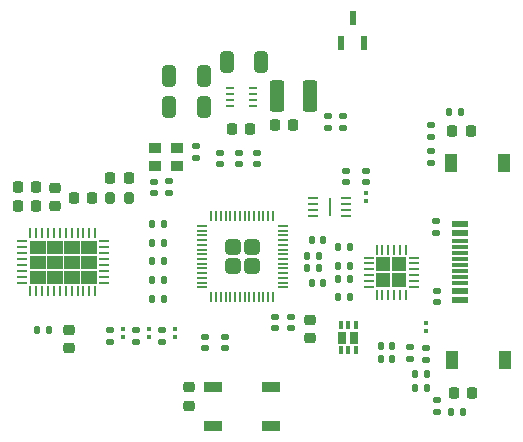
<source format=gbr>
%TF.GenerationSoftware,KiCad,Pcbnew,7.0.1*%
%TF.CreationDate,2023-08-27T06:58:20+02:00*%
%TF.ProjectId,MTR_Tiny_MD,4d54525f-5469-46e7-995f-4d442e6b6963,rev?*%
%TF.SameCoordinates,Original*%
%TF.FileFunction,Paste,Top*%
%TF.FilePolarity,Positive*%
%FSLAX46Y46*%
G04 Gerber Fmt 4.6, Leading zero omitted, Abs format (unit mm)*
G04 Created by KiCad (PCBNEW 7.0.1) date 2023-08-27 06:58:20*
%MOMM*%
%LPD*%
G01*
G04 APERTURE LIST*
G04 Aperture macros list*
%AMRoundRect*
0 Rectangle with rounded corners*
0 $1 Rounding radius*
0 $2 $3 $4 $5 $6 $7 $8 $9 X,Y pos of 4 corners*
0 Add a 4 corners polygon primitive as box body*
4,1,4,$2,$3,$4,$5,$6,$7,$8,$9,$2,$3,0*
0 Add four circle primitives for the rounded corners*
1,1,$1+$1,$2,$3*
1,1,$1+$1,$4,$5*
1,1,$1+$1,$6,$7*
1,1,$1+$1,$8,$9*
0 Add four rect primitives between the rounded corners*
20,1,$1+$1,$2,$3,$4,$5,0*
20,1,$1+$1,$4,$5,$6,$7,0*
20,1,$1+$1,$6,$7,$8,$9,0*
20,1,$1+$1,$8,$9,$2,$3,0*%
G04 Aperture macros list end*
%ADD10C,0.100000*%
%ADD11R,0.254800X0.807999*%
%ADD12R,0.807999X0.254800*%
%ADD13RoundRect,0.135000X-0.185000X0.135000X-0.185000X-0.135000X0.185000X-0.135000X0.185000X0.135000X0*%
%ADD14RoundRect,0.250000X0.325000X0.650000X-0.325000X0.650000X-0.325000X-0.650000X0.325000X-0.650000X0*%
%ADD15RoundRect,0.079500X-0.100500X0.079500X-0.100500X-0.079500X0.100500X-0.079500X0.100500X0.079500X0*%
%ADD16RoundRect,0.140000X-0.140000X-0.170000X0.140000X-0.170000X0.140000X0.170000X-0.140000X0.170000X0*%
%ADD17RoundRect,0.225000X0.250000X-0.225000X0.250000X0.225000X-0.250000X0.225000X-0.250000X-0.225000X0*%
%ADD18RoundRect,0.225000X0.225000X0.250000X-0.225000X0.250000X-0.225000X-0.250000X0.225000X-0.250000X0*%
%ADD19RoundRect,0.225000X-0.225000X-0.250000X0.225000X-0.250000X0.225000X0.250000X-0.225000X0.250000X0*%
%ADD20RoundRect,0.250000X-0.375000X-1.075000X0.375000X-1.075000X0.375000X1.075000X-0.375000X1.075000X0*%
%ADD21RoundRect,0.135000X0.135000X0.185000X-0.135000X0.185000X-0.135000X-0.185000X0.135000X-0.185000X0*%
%ADD22RoundRect,0.135000X-0.135000X-0.185000X0.135000X-0.185000X0.135000X0.185000X-0.135000X0.185000X0*%
%ADD23RoundRect,0.250000X-0.325000X-0.650000X0.325000X-0.650000X0.325000X0.650000X-0.325000X0.650000X0*%
%ADD24RoundRect,0.140000X0.140000X0.170000X-0.140000X0.170000X-0.140000X-0.170000X0.140000X-0.170000X0*%
%ADD25RoundRect,0.218750X0.218750X0.256250X-0.218750X0.256250X-0.218750X-0.256250X0.218750X-0.256250X0*%
%ADD26RoundRect,0.140000X-0.170000X0.140000X-0.170000X-0.140000X0.170000X-0.140000X0.170000X0.140000X0*%
%ADD27RoundRect,0.140000X0.170000X-0.140000X0.170000X0.140000X-0.170000X0.140000X-0.170000X-0.140000X0*%
%ADD28RoundRect,0.200000X-0.200000X-0.275000X0.200000X-0.275000X0.200000X0.275000X-0.200000X0.275000X0*%
%ADD29R,1.450000X0.600000*%
%ADD30R,1.450000X0.300000*%
%ADD31R,1.500000X0.900000*%
%ADD32RoundRect,0.225000X-0.250000X0.225000X-0.250000X-0.225000X0.250000X-0.225000X0.250000X0.225000X0*%
%ADD33R,1.000000X0.900000*%
%ADD34R,0.600000X1.300000*%
%ADD35RoundRect,0.249999X-0.395001X0.395001X-0.395001X-0.395001X0.395001X-0.395001X0.395001X0.395001X0*%
%ADD36RoundRect,0.050000X-0.050000X0.387500X-0.050000X-0.387500X0.050000X-0.387500X0.050000X0.387500X0*%
%ADD37RoundRect,0.050000X-0.387500X0.050000X-0.387500X-0.050000X0.387500X-0.050000X0.387500X0.050000X0*%
%ADD38R,0.331000X0.680999*%
%ADD39R,0.711200X1.041400*%
%ADD40RoundRect,0.135000X0.185000X-0.135000X0.185000X0.135000X-0.185000X0.135000X-0.185000X-0.135000X0*%
%ADD41RoundRect,0.131250X0.393750X-0.668750X0.393750X0.668750X-0.393750X0.668750X-0.393750X-0.668750X0*%
%ADD42R,0.757199X0.254800*%
%ADD43R,0.203200X1.600200*%
G04 APERTURE END LIST*
%TO.C,U8*%
G36*
X117475000Y-102196600D02*
G01*
X116303400Y-102196600D01*
X116303400Y-101025000D01*
X117475000Y-101025000D01*
X117475000Y-102196600D01*
G37*
G36*
X118846600Y-102196600D02*
G01*
X117675000Y-102196600D01*
X117675000Y-101025000D01*
X118846600Y-101025000D01*
X118846600Y-102196600D01*
G37*
G36*
X117475000Y-100825000D02*
G01*
X116303400Y-100825000D01*
X116303400Y-99653400D01*
X117475000Y-99653400D01*
X117475000Y-100825000D01*
G37*
G36*
X118846600Y-100825000D02*
G01*
X117675000Y-100825000D01*
X117675000Y-99653400D01*
X118846600Y-99653400D01*
X118846600Y-100825000D01*
G37*
%TO.C,U5*%
D10*
X92555600Y-99315000D02*
X91307800Y-99315000D01*
X91307800Y-98245000D01*
X92555600Y-98245000D01*
X92555600Y-99315000D01*
G36*
X92555600Y-99315000D02*
G01*
X91307800Y-99315000D01*
X91307800Y-98245000D01*
X92555600Y-98245000D01*
X92555600Y-99315000D01*
G37*
X91107800Y-99315000D02*
X89860000Y-99315000D01*
X89860000Y-98245000D01*
X91107800Y-98245000D01*
X91107800Y-99315000D01*
G36*
X91107800Y-99315000D02*
G01*
X89860000Y-99315000D01*
X89860000Y-98245000D01*
X91107800Y-98245000D01*
X91107800Y-99315000D01*
G37*
X89660000Y-99315000D02*
X88412200Y-99315000D01*
X88412200Y-98245000D01*
X89660000Y-98245000D01*
X89660000Y-99315000D01*
G36*
X89660000Y-99315000D02*
G01*
X88412200Y-99315000D01*
X88412200Y-98245000D01*
X89660000Y-98245000D01*
X89660000Y-99315000D01*
G37*
X88212200Y-99315000D02*
X86964400Y-99315000D01*
X86964400Y-98245000D01*
X88212200Y-98245000D01*
X88212200Y-99315000D01*
G36*
X88212200Y-99315000D02*
G01*
X86964400Y-99315000D01*
X86964400Y-98245000D01*
X88212200Y-98245000D01*
X88212200Y-99315000D01*
G37*
X92555600Y-100585000D02*
X91307800Y-100585000D01*
X91307800Y-99515000D01*
X92555600Y-99515000D01*
X92555600Y-100585000D01*
G36*
X92555600Y-100585000D02*
G01*
X91307800Y-100585000D01*
X91307800Y-99515000D01*
X92555600Y-99515000D01*
X92555600Y-100585000D01*
G37*
X91107800Y-100585000D02*
X89860000Y-100585000D01*
X89860000Y-99515000D01*
X91107800Y-99515000D01*
X91107800Y-100585000D01*
G36*
X91107800Y-100585000D02*
G01*
X89860000Y-100585000D01*
X89860000Y-99515000D01*
X91107800Y-99515000D01*
X91107800Y-100585000D01*
G37*
X89660000Y-100585000D02*
X88412200Y-100585000D01*
X88412200Y-99515000D01*
X89660000Y-99515000D01*
X89660000Y-100585000D01*
G36*
X89660000Y-100585000D02*
G01*
X88412200Y-100585000D01*
X88412200Y-99515000D01*
X89660000Y-99515000D01*
X89660000Y-100585000D01*
G37*
X88212200Y-100585000D02*
X86964400Y-100585000D01*
X86964400Y-99515000D01*
X88212200Y-99515000D01*
X88212200Y-100585000D01*
G36*
X88212200Y-100585000D02*
G01*
X86964400Y-100585000D01*
X86964400Y-99515000D01*
X88212200Y-99515000D01*
X88212200Y-100585000D01*
G37*
X92555600Y-101855000D02*
X91307800Y-101855000D01*
X91307800Y-100785000D01*
X92555600Y-100785000D01*
X92555600Y-101855000D01*
G36*
X92555600Y-101855000D02*
G01*
X91307800Y-101855000D01*
X91307800Y-100785000D01*
X92555600Y-100785000D01*
X92555600Y-101855000D01*
G37*
X91107800Y-101855000D02*
X89860000Y-101855000D01*
X89860000Y-100785000D01*
X91107800Y-100785000D01*
X91107800Y-101855000D01*
G36*
X91107800Y-101855000D02*
G01*
X89860000Y-101855000D01*
X89860000Y-100785000D01*
X91107800Y-100785000D01*
X91107800Y-101855000D01*
G37*
X89660000Y-101855000D02*
X88412200Y-101855000D01*
X88412200Y-100785000D01*
X89660000Y-100785000D01*
X89660000Y-101855000D01*
G36*
X89660000Y-101855000D02*
G01*
X88412200Y-101855000D01*
X88412200Y-100785000D01*
X89660000Y-100785000D01*
X89660000Y-101855000D01*
G37*
X88212200Y-101855000D02*
X86964400Y-101855000D01*
X86964400Y-100785000D01*
X88212200Y-100785000D01*
X88212200Y-101855000D01*
G36*
X88212200Y-101855000D02*
G01*
X86964400Y-101855000D01*
X86964400Y-100785000D01*
X88212200Y-100785000D01*
X88212200Y-101855000D01*
G37*
%TD*%
D11*
%TO.C,U8*%
X116324685Y-102814900D03*
X116824811Y-102814900D03*
X117324937Y-102814900D03*
X117825063Y-102814900D03*
X118325189Y-102814900D03*
X118825315Y-102814900D03*
D12*
X119464900Y-102175315D03*
X119464900Y-101675189D03*
X119464900Y-101175063D03*
X119464900Y-100674937D03*
X119464900Y-100174811D03*
X119464900Y-99674685D03*
D11*
X118825315Y-99035100D03*
X118325189Y-99035100D03*
X117825063Y-99035100D03*
X117324937Y-99035100D03*
X116824811Y-99035100D03*
X116324685Y-99035100D03*
D12*
X115685100Y-99674685D03*
X115685100Y-100174811D03*
X115685100Y-100674937D03*
X115685100Y-101175063D03*
X115685100Y-101675189D03*
X115685100Y-102175315D03*
%TD*%
D13*
%TO.C,R9*%
X121425000Y-111765000D03*
X121425000Y-112785000D03*
%TD*%
%TO.C,R3*%
X98775000Y-93215000D03*
X98775000Y-94235000D03*
%TD*%
D14*
%TO.C,C39*%
X101675000Y-84300000D03*
X98725000Y-84300000D03*
%TD*%
D15*
%TO.C,C33*%
X99250000Y-105745000D03*
X99250000Y-106435000D03*
%TD*%
D16*
%TO.C,C6*%
X97340000Y-98403750D03*
X98300000Y-98403750D03*
%TD*%
D17*
%TO.C,C36*%
X90300000Y-107375000D03*
X90300000Y-105825000D03*
%TD*%
D18*
%TO.C,C28*%
X87500000Y-95325000D03*
X85950000Y-95325000D03*
%TD*%
D19*
%TO.C,C27*%
X90675000Y-94650000D03*
X92225000Y-94650000D03*
%TD*%
D20*
%TO.C,L2*%
X107900000Y-86000000D03*
X110700000Y-86000000D03*
%TD*%
D21*
%TO.C,R22*%
X120585000Y-110750000D03*
X119565000Y-110750000D03*
%TD*%
D19*
%TO.C,C41*%
X104075000Y-88775000D03*
X105625000Y-88775000D03*
%TD*%
D16*
%TO.C,C34*%
X97340000Y-101601250D03*
X98300000Y-101601250D03*
%TD*%
D22*
%TO.C,R23*%
X119565000Y-109575000D03*
X120585000Y-109575000D03*
%TD*%
D23*
%TO.C,C38*%
X103625000Y-83100000D03*
X106575000Y-83100000D03*
%TD*%
D21*
%TO.C,R12*%
X123635000Y-112750000D03*
X122615000Y-112750000D03*
%TD*%
D24*
%TO.C,C35*%
X98300000Y-103200000D03*
X97340000Y-103200000D03*
%TD*%
D14*
%TO.C,C40*%
X101675000Y-86900000D03*
X98725000Y-86900000D03*
%TD*%
D25*
%TO.C,D3*%
X124437500Y-111175000D03*
X122862500Y-111175000D03*
%TD*%
D26*
%TO.C,C32*%
X109065000Y-104700000D03*
X109065000Y-105660000D03*
%TD*%
D13*
%TO.C,R8*%
X98150000Y-105790000D03*
X98150000Y-106810000D03*
%TD*%
D27*
%TO.C,C2*%
X101000000Y-91230000D03*
X101000000Y-90270000D03*
%TD*%
D21*
%TO.C,R1*%
X111485000Y-99525000D03*
X110465000Y-99525000D03*
%TD*%
%TO.C,R11*%
X123460000Y-87350000D03*
X122440000Y-87350000D03*
%TD*%
D28*
%TO.C,R13*%
X93750000Y-94625000D03*
X95400000Y-94625000D03*
%TD*%
D24*
%TO.C,C1*%
X111805000Y-98175000D03*
X110845000Y-98175000D03*
%TD*%
D15*
%TO.C,C29*%
X94850000Y-105745000D03*
X94850000Y-106435000D03*
%TD*%
D27*
%TO.C,C10*%
X103525000Y-107360000D03*
X103525000Y-106400000D03*
%TD*%
D15*
%TO.C,C31*%
X97050000Y-105745000D03*
X97050000Y-106435000D03*
%TD*%
D26*
%TO.C,C21*%
X121375000Y-96620000D03*
X121375000Y-97580000D03*
%TD*%
D29*
%TO.C,J1*%
X123365000Y-103300000D03*
X123365000Y-102500000D03*
D30*
X123365000Y-101300000D03*
X123365000Y-100300000D03*
X123365000Y-99800000D03*
X123365000Y-98800000D03*
D29*
X123365000Y-97600000D03*
X123365000Y-96800000D03*
X123365000Y-96800000D03*
X123365000Y-97600000D03*
D30*
X123365000Y-98300000D03*
X123365000Y-99300000D03*
X123365000Y-100800000D03*
X123365000Y-101800000D03*
D29*
X123365000Y-102500000D03*
X123365000Y-103300000D03*
%TD*%
D22*
%TO.C,R2*%
X110465000Y-100550000D03*
X111485000Y-100550000D03*
%TD*%
D24*
%TO.C,C15*%
X114055000Y-100425000D03*
X113095000Y-100425000D03*
%TD*%
D31*
%TO.C,D1*%
X102500000Y-110650000D03*
X102500000Y-113950000D03*
X107400000Y-113950000D03*
X107400000Y-110650000D03*
%TD*%
D26*
%TO.C,C8*%
X106190000Y-90820000D03*
X106190000Y-91780000D03*
%TD*%
D17*
%TO.C,C12*%
X110650000Y-106525000D03*
X110650000Y-104975000D03*
%TD*%
D24*
%TO.C,C17*%
X114055000Y-98800000D03*
X113095000Y-98800000D03*
%TD*%
D13*
%TO.C,R26*%
X120475000Y-107300000D03*
X120475000Y-108320000D03*
%TD*%
D32*
%TO.C,C37*%
X100450000Y-110675000D03*
X100450000Y-112225000D03*
%TD*%
D33*
%TO.C,Y1*%
X99450000Y-90400000D03*
X97600000Y-90400000D03*
X97600000Y-91950000D03*
X99450000Y-91950000D03*
%TD*%
D27*
%TO.C,C19*%
X121425000Y-103455000D03*
X121425000Y-102495000D03*
%TD*%
D18*
%TO.C,C25*%
X87500000Y-93675000D03*
X85950000Y-93675000D03*
%TD*%
D15*
%TO.C,3v3ToVddd1*%
X115400000Y-94230000D03*
X115400000Y-94920000D03*
%TD*%
D34*
%TO.C,Q1*%
X113350000Y-81500000D03*
X115250000Y-81500000D03*
X114300000Y-79400000D03*
%TD*%
D17*
%TO.C,C26*%
X89100000Y-95350000D03*
X89100000Y-93800000D03*
%TD*%
D27*
%TO.C,C7*%
X101812500Y-107360000D03*
X101812500Y-106400000D03*
%TD*%
D19*
%TO.C,C24*%
X93800000Y-92975000D03*
X95350000Y-92975000D03*
%TD*%
D24*
%TO.C,C23*%
X117630000Y-107175000D03*
X116670000Y-107175000D03*
%TD*%
D26*
%TO.C,C3*%
X97475000Y-93245000D03*
X97475000Y-94205000D03*
%TD*%
D24*
%TO.C,C22*%
X117630000Y-108250000D03*
X116670000Y-108250000D03*
%TD*%
D35*
%TO.C,U1*%
X105750000Y-98800000D03*
X104150000Y-98800000D03*
X105750000Y-100400000D03*
X104150000Y-100400000D03*
D36*
X107550000Y-96162500D03*
X107150000Y-96162500D03*
X106750000Y-96162500D03*
X106350000Y-96162500D03*
X105950000Y-96162500D03*
X105550000Y-96162500D03*
X105150000Y-96162500D03*
X104750000Y-96162500D03*
X104350000Y-96162500D03*
X103950000Y-96162500D03*
X103550000Y-96162500D03*
X103150000Y-96162500D03*
X102750000Y-96162500D03*
X102350000Y-96162500D03*
D37*
X101512500Y-97000000D03*
X101512500Y-97400000D03*
X101512500Y-97800000D03*
X101512500Y-98200000D03*
X101512500Y-98600000D03*
X101512500Y-99000000D03*
X101512500Y-99400000D03*
X101512500Y-99800000D03*
X101512500Y-100200000D03*
X101512500Y-100600000D03*
X101512500Y-101000000D03*
X101512500Y-101400000D03*
X101512500Y-101800000D03*
X101512500Y-102200000D03*
D36*
X102350000Y-103037500D03*
X102750000Y-103037500D03*
X103150000Y-103037500D03*
X103550000Y-103037500D03*
X103950000Y-103037500D03*
X104350000Y-103037500D03*
X104750000Y-103037500D03*
X105150000Y-103037500D03*
X105550000Y-103037500D03*
X105950000Y-103037500D03*
X106350000Y-103037500D03*
X106750000Y-103037500D03*
X107150000Y-103037500D03*
X107550000Y-103037500D03*
D37*
X108387500Y-102200000D03*
X108387500Y-101800000D03*
X108387500Y-101400000D03*
X108387500Y-101000000D03*
X108387500Y-100600000D03*
X108387500Y-100200000D03*
X108387500Y-99800000D03*
X108387500Y-99400000D03*
X108387500Y-99000000D03*
X108387500Y-98600000D03*
X108387500Y-98200000D03*
X108387500Y-97800000D03*
X108387500Y-97400000D03*
X108387500Y-97000000D03*
%TD*%
D38*
%TO.C,U9*%
X113275014Y-107489000D03*
X113925000Y-107489000D03*
X114574986Y-107489000D03*
X114574986Y-105411000D03*
X113925000Y-105411000D03*
X113275014Y-105411000D03*
D39*
X113404300Y-106450000D03*
X114445700Y-106450000D03*
%TD*%
D21*
%TO.C,R16*%
X88580000Y-105850000D03*
X87560000Y-105850000D03*
%TD*%
D13*
%TO.C,R6*%
X93750000Y-105790000D03*
X93750000Y-106810000D03*
%TD*%
D40*
%TO.C,R5*%
X120975000Y-89485000D03*
X120975000Y-88465000D03*
%TD*%
D41*
%TO.C,SW1*%
X127100000Y-91650000D03*
X122650000Y-91650000D03*
%TD*%
D19*
%TO.C,C42*%
X107725000Y-88450000D03*
X109275000Y-88450000D03*
%TD*%
D13*
%TO.C,R14*%
X113500000Y-87690000D03*
X113500000Y-88710000D03*
%TD*%
D40*
%TO.C,R4*%
X120975000Y-91660000D03*
X120975000Y-90640000D03*
%TD*%
D24*
%TO.C,C14*%
X114055000Y-101475000D03*
X113095000Y-101475000D03*
%TD*%
D40*
%TO.C,R24*%
X119175000Y-108295000D03*
X119175000Y-107275000D03*
%TD*%
D11*
%TO.C,U5*%
X92510693Y-97601300D03*
X92010567Y-97601300D03*
X91510441Y-97601300D03*
X91010315Y-97601300D03*
X90510189Y-97601300D03*
X90010063Y-97601300D03*
X89509937Y-97601300D03*
X89009811Y-97601300D03*
X88509685Y-97601300D03*
X88009559Y-97601300D03*
X87509433Y-97601300D03*
X87009307Y-97601300D03*
D12*
X86308000Y-98299559D03*
X86308000Y-98799685D03*
X86308000Y-99299811D03*
X86308000Y-99799937D03*
X86308000Y-100300063D03*
X86308000Y-100800189D03*
X86308000Y-101300315D03*
X86308000Y-101800441D03*
D11*
X87009307Y-102498700D03*
X87509433Y-102498700D03*
X88009559Y-102498700D03*
X88509685Y-102498700D03*
X89009811Y-102498700D03*
X89509937Y-102498700D03*
X90010063Y-102498700D03*
X90510189Y-102498700D03*
X91010315Y-102498700D03*
X91510441Y-102498700D03*
X92010567Y-102498700D03*
X92510693Y-102498700D03*
D12*
X93212000Y-101800441D03*
X93212000Y-101300315D03*
X93212000Y-100800189D03*
X93212000Y-100300063D03*
X93212000Y-99799937D03*
X93212000Y-99299811D03*
X93212000Y-98799685D03*
X93212000Y-98299559D03*
%TD*%
D25*
%TO.C,D2*%
X124312500Y-88975000D03*
X122737500Y-88975000D03*
%TD*%
D26*
%TO.C,C11*%
X104650000Y-90820000D03*
X104650000Y-91780000D03*
%TD*%
D13*
%TO.C,R15*%
X112250000Y-87690000D03*
X112250000Y-88710000D03*
%TD*%
%TO.C,R7*%
X95950000Y-105790000D03*
X95950000Y-106810000D03*
%TD*%
D42*
%TO.C,U7*%
X103949900Y-85349999D03*
X103949900Y-85850000D03*
X103949900Y-86350000D03*
X103949900Y-86850001D03*
X105850100Y-86850001D03*
X105850100Y-86350000D03*
X105850100Y-85850000D03*
X105850100Y-85349999D03*
%TD*%
D26*
%TO.C,C18*%
X113750000Y-92345000D03*
X113750000Y-93305000D03*
%TD*%
D24*
%TO.C,C16*%
X114055000Y-103000000D03*
X113095000Y-103000000D03*
%TD*%
D15*
%TO.C,JP8*%
X120550000Y-105225000D03*
X120550000Y-105915000D03*
%TD*%
D12*
%TO.C,U2*%
X110950000Y-94625000D03*
X110950000Y-95125001D03*
X110950000Y-95625001D03*
X110950000Y-96125002D03*
X113741998Y-96125002D03*
X113741998Y-95625001D03*
X113741998Y-95125001D03*
X113741998Y-94625000D03*
D43*
X112345999Y-95375001D03*
%TD*%
D27*
%TO.C,C30*%
X103110000Y-91780000D03*
X103110000Y-90820000D03*
%TD*%
D16*
%TO.C,C9*%
X97340000Y-96805000D03*
X98300000Y-96805000D03*
%TD*%
D41*
%TO.C,SW2*%
X127175000Y-108350000D03*
X122725000Y-108350000D03*
%TD*%
D26*
%TO.C,C20*%
X115400000Y-92345000D03*
X115400000Y-93305000D03*
%TD*%
D27*
%TO.C,C13*%
X107750000Y-105660000D03*
X107750000Y-104700000D03*
%TD*%
D24*
%TO.C,C5*%
X111780000Y-101800000D03*
X110820000Y-101800000D03*
%TD*%
D16*
%TO.C,C4*%
X97340000Y-100002500D03*
X98300000Y-100002500D03*
%TD*%
M02*

</source>
